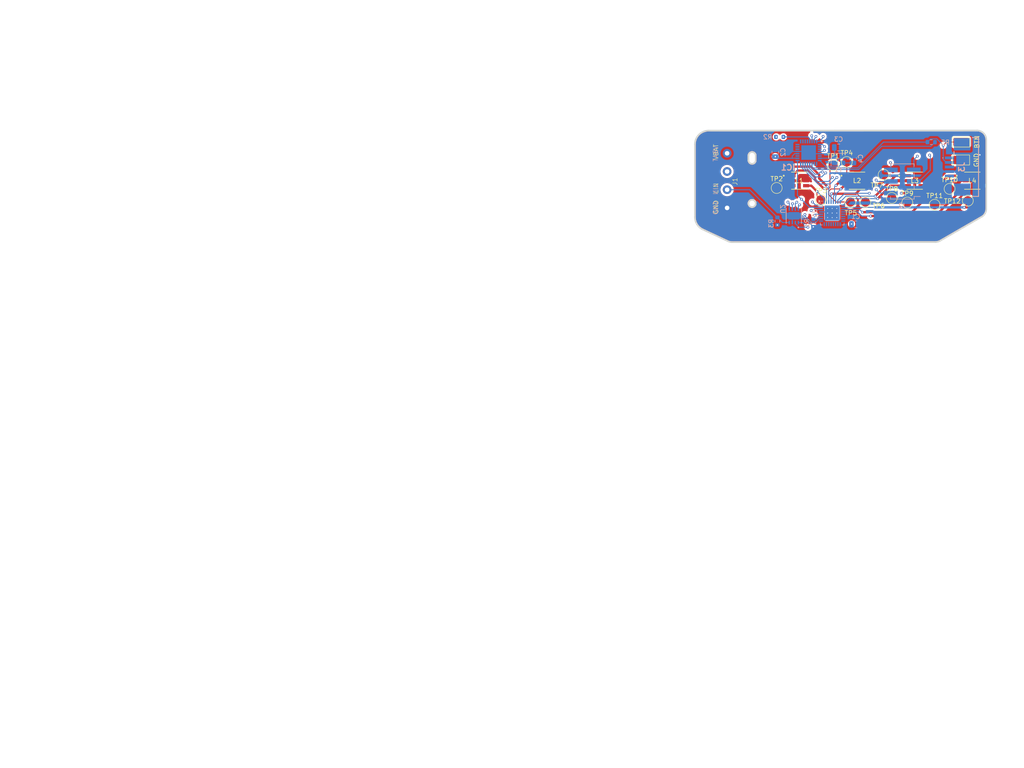
<source format=kicad_pcb>
(kicad_pcb (version 20241229) (generator "pcbnew") (generator_version "9.0")
  (layers (0 "F.Cu" signal) (4 "In1.Cu" signal) (6 "In2.Cu" signal) (2 "B.Cu" signal) (13 "F.Paste" user) (15 "B.Paste" user) (5 "F.SilkS" user "F.Silkscreen") (7 "B.SilkS" user "B.Silkscreen") (1 "F.Mask" user) (3 "B.Mask" user) (25 "Edge.Cuts" user))
  (net 0 "")
  (net 1 "+5V")
  (net 2 "GND")
  (net 3 "/uController/XTAL1")
  (net 4 "/uController/XTAL2")
  (net 7 "/uController/RST")
  (net 8 "/uController/MOSI")
  (net 9 "/LED_Driver/LAT")
  (net 11 "/uController/RSTN")
  (net 15 "/uController/TX")
  (net 16 "/LED_Driver/BLANK")
  (net 21 "/uController/SCK")
  (net 23 "/uController/EN")
  (net 24 "/uController/MISO")
  (net 27 "/uController/RX")
  (net 28 "+12V")
  (net 29 "/LED_Driver/R0")
  (net 30 "/LED_Driver/B0")
  (net 31 "/LED_Driver/G0")
  (net 32 "/LED_Driver/R1")
  (net 33 "/LED_Driver/G1")
  (net 34 "/LED_Driver/B1")
  (net 35 "/LED_Driver/B2")
  (net 36 "/LED_Driver/G2")
  (net 37 "/LED_Driver/R2")
  (net 38 "/LED_Driver/R3")
  (net 39 "/LED_Driver/G3")
  (net 40 "/LED_Driver/B3")
  (net 41 "Net-(U1-IREF)")
  (net 42 "/uController/LIN")
  (net 43 "/LED_Driver/B7")
  (net 44 "/LED_Driver/G6")
  (net 45 "/LED_Driver/SOUT")
  (net 46 "/LED_Driver/G4")
  (net 47 "/LED_Driver/R5")
  (net 48 "/LED_Driver/G7")
  (net 49 "/LED_Driver/B6")
  (net 50 "/LED_Driver/G5")
  (net 51 "/LED_Driver/R7")
  (net 52 "/LED_Driver/R4")
  (net 53 "/LED_Driver/B5")
  (net 54 "/LED_Driver/B4")
  (net 55 "/LED_Driver/R6")
  (net 56 "Net-(IC1-(PTCXY{slash}AIN1)_PD7)")
  (net 57 "Net-(IC1-(ICP1{slash}CLKO{slash}PTCXY)_PB0)")
  (footprint "00_RA_Library:LRTB GVSG_OSR" (layer "F.Cu") (at 258.39 142.7)
    (property "Reference" "L4")
    (property "Value" "RGB_LRTB")
  )
  (footprint "TestPoint:TestPoint_Keystone_5015_Micro_Mini" (layer "F.Cu") (at 255.93 134.21)
    (property "Reference" "BTN")
    (property "Value" "TestPoint_Keystone_5015_Micro_Mini")
  )
  (footprint "00_RA_Library:LRTB GVSG_OSR" (layer "F.Cu") (at 220.374999 142.7)
    (property "Reference" "L1")
    (property "Value" "RGB_LRTB")
  )
  (footprint "TestPoint:TestPoint_Pad_D2.0mm" (layer "F.Cu") (at 240.7 146.5)
    (property "Reference" "TP8")
    (property "Value" "TestPoint")
  )
  (footprint "TestPoint:TestPoint_Pad_D2.0mm" (layer "F.Cu") (at 244.1 147.5)
    (property "Reference" "TP9")
    (property "Value" "TestPoint")
  )
  (footprint "TestPoint:TestPoint_Pad_D2.0mm" (layer "F.Cu") (at 238.9 141.4)
    (property "Reference" "TP7")
    (property "Value" "TestPoint")
  )
  (footprint "TestPoint:TestPoint_Pad_D2.0mm" (layer "F.Cu") (at 225.1 146.9)
    (property "Reference" "TP3")
    (property "Value" "TestPoint")
  )
  (footprint "00_RA_Library:LRTB GVSG_OSR" (layer "F.Cu") (at 245.73 142.7)
    (property "Reference" "L3")
    (property "Value" "RGB_LRTB")
  )
  (footprint "00_RA_Library:LRTB GVSG_OSR" (layer "F.Cu") (at 233.06 142.7)
    (property "Reference" "L2")
    (property "Value" "RGB_LRTB")
  )
  (footprint "TestPoint:TestPoint_Keystone_5015_Micro_Mini" (layer "F.Cu") (at 255.89 138.15)
    (property "Reference" "GND")
    (property "Value" "TestPoint_Keystone_5015_Micro_Mini")
  )
  (footprint "TestPoint:TestPoint_Pad_D2.0mm" (layer "F.Cu") (at 230.8 138.6)
    (property "Reference" "TP4")
    (property "Value" "TestPoint")
  )
  (footprint "TestPoint:TestPoint_Pad_D2.0mm" (layer "F.Cu") (at 234.9 147.4)
    (property "Reference" "TP6")
    (property "Value" "TestPoint")
  )
  (footprint "TestPoint:TestPoint_Pad_D2.0mm" (layer "F.Cu") (at 231.6 147.4)
    (property "Reference" "TP5")
    (property "Value" "TestPoint")
  )
  (footprint "TestPoint:TestPoint_Pad_D2.0mm" (layer "F.Cu") (at 257.4 147.1)
    (property "Reference" "TP12")
    (property "Value" "TestPoint")
  )
  (footprint "TestPoint:TestPoint_Pad_D2.0mm" (layer "F.Cu") (at 250.1 148)
    (property "Reference" "TP11")
    (property "Value" "TestPoint")
  )
  (footprint "00_RA_Library:MCON1.2-4" (layer "F.Cu") (at 204.510005 142.679893 90)
    (property "Reference" "J1")
    (property "Value" "Conn_01x04_Pin")
  )
  (footprint "TestPoint:TestPoint_Pad_D2.0mm" (layer "F.Cu") (at 253.4 144.5)
    (property "Reference" "TP10")
    (property "Value" "TestPoint")
  )
  (footprint "TestPoint:TestPoint_Pad_D2.0mm" (layer "F.Cu") (at 227.8 139.3)
    (property "Reference" "TP1")
    (property "Value" "TestPoint")
  )
  (footprint "TestPoint:TestPoint_Pad_D2.0mm" (layer "F.Cu") (at 215.4 144.3)
    (property "Reference" "TP2")
    (property "Value" "TestPoint")
  )
  (footprint "00_RA_Library:HVSON8_3X3_NXP" (layer "B.Cu") (at 219.1694 150.4192 90)
    (property "Reference" "U2")
    (property "Value" "TJA1028TK/5V0/20/J")
  )
  (footprint "Capacitor_SMD:C_0805_2012Metric" (layer "B.Cu") (at 229.01 135.4)
    (property "Reference" "C3")
    (property "Value" "22 pF")
  )
  (footprint "Connector_PinSocket_2.54mm:PinSocket_2x03_P2.54mm_Vertical_SMD" (layer "B.Cu") (at 243.01 142.87)
    (property "Reference" "J2")
    (property "Value" "FLASH")
  )
  (footprint "Crystal:Crystal_SMD_2520-4Pin_2.5x2.0mm" (layer "B.Cu") (at 229.005 138.09)
    (property "Reference" "Y1")
    (property "Value" "Crystal_GND24")
  )
  (footprint "00_RA_Library:849525" (layer "B.Cu") (at 256.56 139.69 -90)
    (property "Reference" "J3")
    (property "Value" "84952-5" (hide yes))
  )
  (footprint "Resistor_SMD:R_0603_1608Metric" (layer "B.Cu") (at 216.05 133.08)
    (property "Reference" "R2")
    (property "Value" "10k")
  )
  (footprint "Capacitor_SMD:C_0805_2012Metric" (layer "B.Cu") (at 232.78 152.29 180)
    (property "Reference" "C1")
    (property "Value" "0.1uF")
  )
  (footprint "Resistor_SMD:R_0603_1608Metric" (layer "B.Cu") (at 215.56 151.6 90)
    (property "Reference" "R3")
    (property "Value" "1k")
  )
  (footprint "Capacitor_SMD:C_0805_2012Metric" (layer "B.Cu") (at 215.11 136.46 90)
    (property "Reference" "C2")
    (property "Value" "10 uF")
  )
  (footprint "Resistor_SMD:R_0603_1608Metric" (layer "B.Cu") (at 223.46 152.02 -90)
    (property "Reference" "R1")
    (property "Value" "1.6k")
  )
  (footprint "00_RA_Library:QFN50P500X500X90-33N-D" (layer "B.Cu") (at 222.42 136.52 180)
    (property "Reference" "IC1")
    (property "Value" "ATMEGA328PB-MUR" (hide yes))
  )
  (footprint "Resistor_SMD:R_0603_1608Metric" (layer "B.Cu") (at 249.36 134.23 180)
    (property "Reference" "R5")
    (property "Value" "10k")
  )
  (footprint "Package_DFN_QFN:QFN-32-1EP_5x5mm_P0.5mm_EP3.3x3.3mm_ThermalVias" (layer "B.Cu") (at 227.6 149.8125 -90)
    (property "Reference" "U1")
    (property "Value" "TLC5947RHB")
  )
  (footprint "Capacitor_SMD:C_0805_2012Metric" (layer "B.Cu") (at 232.17 137.86 90)
    (property "Reference" "C4")
    (property "Value" "22 pF")
  )
  (gr_arc (start 259.45 131.679847) (mid 260.864214 132.265633) (end 261.45 133.679847) (stroke (width 0.35)) (layer "Edge.Cuts"))
  (gr_line (start 251.291337 155.911917) (end 260.44998 150.624312) (stroke (width 0.35)) (layer "Edge.Cuts"))
  (gr_arc (start 205.579915 156.199681) (mid 205.146579 156.152374) (end 204.733789 156.012296) (stroke (width 0.35)) (layer "Edge.Cuts"))
  (gr_arc (start 199.172189 153.418871) (mid 197.909848 152.311816) (end 197.44 150.699878) (stroke (width 0.35)) (layer "Edge.Cuts"))
  (gr_line (start 197.439953 150.699878) (end 197.439953 134.700122) (stroke (width 0.35)) (layer "Edge.Cuts"))
  (gr_arc (start 210.800017 138.195852) (mid 210.004172 139.000017) (end 209.200042 138.204195) (stroke (width 0.35)) (layer "Edge.Cuts"))
  (gr_line (start 209.200042 137.200047) (end 209.200042 138.204195) (stroke (width 0.35)) (layer "Edge.Cuts"))
  (gr_circle (center 210.00003 147.7) (end 210.80003 147.7) (stroke (width 0.35)) (fill no) (layer "Edge.Cuts"))
  (gr_line (start 261.45 148.89225) (end 261.45 133.679847) (stroke (width 0.35)) (layer "Edge.Cuts"))
  (gr_line (start 210.800017 138.195852) (end 210.800017 137.2) (stroke (width 0.35)) (layer "Edge.Cuts"))
  (gr_arc (start 251.291337 155.911917) (mid 250.808982 156.111694) (end 250.291357 156.179855) (stroke (width 0.35)) (layer "Edge.Cuts"))
  (gr_arc (start 197.44 134.700122) (mid 198.324579 132.572847) (end 200.456713 131.700046) (stroke (width 0.35)) (layer "Edge.Cuts"))
  (gr_line (start 204.733789 156.012296) (end 199.172192 153.418872) (stroke (width 0.35)) (layer "Edge.Cuts"))
  (gr_arc (start 261.45 148.89225) (mid 261.182064 149.892277) (end 260.44998 150.624312) (stroke (width 0.35)) (layer "Edge.Cuts"))
  (gr_arc (start 209.200042 137.200047) (mid 209.999976 136.400042) (end 210.80003 137.2) (stroke (width 0.35)) (layer "Edge.Cuts"))
  (gr_line (start 200.456713 131.70004) (end 259.45 131.679847) (stroke (width 0.35)) (layer "Edge.Cuts"))
  (gr_line (start 250.291357 156.179855) (end 205.579915 156.199681) (stroke (width 0.35)) (layer "Edge.Cuts"))
  (gr_text "GND" (at 202.650005 150.079852 90) (layer "F.SilkS") (effects (font (size 1 1) (thickness 0.1)) (justify left bottom)))
  (gr_text "LIN" (at 202.650005 145.579852 90) (layer "F.SilkS") (effects (font (size 1 1) (thickness 0.1)) (justify left bottom)))
  (gr_text "VBAT" (at 202.650005 138.179852 90) (layer "F.SilkS") (effects (font (size 1 1) (thickness 0.1)) (justify left bottom)))
  (gr_text "LIN" (at 202.550005 143.379852 90) (layer "B.SilkS") (effects (font (size 1 1) (thickness 0.1)) (justify left bottom mirror)))
  (gr_text "VBAT" (at 202.550005 134.979852 90) (layer "B.SilkS") (effects (font (size 1 1) (thickness 0.1)) (justify left bottom mirror)))
  (gr_text "GND" (at 202.550005 147.079852 90) (layer "B.SilkS") (effects (font (size 1 1) (thickness 0.1)) (justify left bottom mirror)))
  (via (at 231.85 152.21) (size 0.6) (drill 0.3) (layers "F.Cu" "B.Cu") (net 1))
  (via (at 215.32 133.09) (size 0.6) (drill 0.3) (layers "F.Cu" "B.Cu") (net 1))
  (via (at 215.11 137.41) (size 0.6) (drill 0.3) (layers "F.Cu" "B.Cu") (net 1))
  (via (at 220.44 148) (size 0.6) (drill 0.3) (layers "F.Cu" "B.Cu") (net 1))
  (via (at 223.77 150.29) (size 0.6) (drill 0.3) (layers "F.Cu" "B.Cu") (net 1))
  (via (at 225.898909 136.048909) (size 0.6) (drill 0.3) (layers "F.Cu" "B.Cu") (net 1))
  (via (at 246.31 137.32) (size 0.6) (drill 0.3) (layers "F.Cu" "B.Cu") (net 1))
  (segment (start 245.53 140.33) (end 245.53 140.04) (width 0.2) (layer "B.Cu") (net 1))
  (segment (start 225.801091 136.048909) (end 225.58 136.27) (width 0.2) (layer "B.Cu") (net 1))
  (segment (start 219.97 136.77) (end 219.345 136.77) (width 0.2) (layer "B.Cu") (net 1))
  (segment (start 225.1625 150.0625) (end 223.9975 150.0625) (width 0.2) (layer "B.Cu") (net 1))
  (segment (start 219.345 136.77) (end 218.83 137.285) (width 0.2) (layer "B.Cu") (net 1))
  (segment (start 218.83 137.285) (end 218.83 137.77) (width 0.2) (layer "B.Cu") (net 1))
  (segment (start 223.9975 150.0625) (end 223.77 150.29) (width 0.2) (layer "B.Cu") (net 1))
  (segment (start 218.83 137.77) (end 219.97 137.77) (width 0.2) (layer "B.Cu") (net 1))
  (segment (start 225.58 136.27) (end 224.87 136.27) (width 0.2) (layer "B.Cu") (net 1))
  (segment (start 215.47 137.77) (end 218.83 137.77) (width 0.2) (layer "B.Cu") (net 1))
  (segment (start 245.53 138.1) (end 246.31 137.32) (width 0.2) (layer "B.Cu") (net 1))
  (segment (start 231.83 152.23) (end 231.85 152.21) (width 0.2) (layer "B.Cu") (net 1))
  (segment (start 225.898909 136.048909) (end 225.801091 136.048909) (width 0.2) (layer "B.Cu") (net 1))
  (segment (start 220.16 148.9484) (end 220.16 148.28) (width 0.2) (layer "B.Cu") (net 1))
  (segment (start 215.31 133.08) (end 215.32 133.09) (width 0.2) (layer "B.Cu") (net 1))
  (segment (start 245.53 140.33) (end 245.53 138.1) (width 0.2) (layer "B.Cu") (net 1))
  (segment (start 220.16 148.28) (end 220.44 148) (width 0.2) (layer "B.Cu") (net 1))
  (segment (start 215.225 133.08) (end 215.31 133.08) (width 0.2) (layer "B.Cu") (net 1))
  (segment (start 215.11 137.41) (end 215.47 137.77) (width 0.2) (layer "B.Cu") (net 1))
  (segment (start 231.83 152.29) (end 231.83 152.23) (width 0.2) (layer "B.Cu") (net 1))
  (segment (start 255.89 138.15) (end 258.93 138.15) (width 0.2) (layer "F.Cu") (net 2))
  (segment (start 258.93 138.15) (end 260.05 137.03) (width 0.2) (layer "F.Cu") (net 2))
  (via (at 223.46 152.845) (size 0.6) (drill 0.3) (layers "F.Cu" "B.Cu") (net 2))
  (via (at 260.05 137.03) (size 0.6) (drill 0.3) (layers "F.Cu" "B.Cu") (net 2))
  (segment (start 219.97 136.27) (end 222.17 136.27) (width 0.2) (layer "B.Cu") (net 2))
  (segment (start 221.06946 150.4192) (end 223.46 152.80974) (width 0.2) (layer "B.Cu") (net 2))
  (segment (start 219.1694 150.4192) (end 221.06946 150.4192) (width 0.2) (layer "B.Cu") (net 2))
  (segment (start 224.87 136.77) (end 226.39 136.77) (width 0.2) (layer "B.Cu") (net 2))
  (segment (start 218.8392 150.7494) (end 219.1694 150.4192) (width 0.2) (layer "B.Cu") (net 2))
  (segment (start 228.13 138.79) (end 228.205 138.79) (width 0.2) (layer "B.Cu") (net 2))
  (segment (start 224.87 136.77) (end 222.67 136.77) (width 0.2) (layer "B.Cu") (net 2))
  (segment (start 228.205 138.79) (end 229.605 137.39) (width 0.2) (layer "B.Cu") (net 2))
  (segment (start 218.8392 151.89) (end 218.8392 150.7494) (width 0.2) (layer "B.Cu") (net 2))
  (segment (start 215.87 136.27) (end 215.11 135.51) (width 0.2) (layer "B.Cu") (net 2))
  (segment (start 225.1625 149.5625) (end 227.35 149.5625) (width 0.2) (layer "B.Cu") (net 2))
  (segment (start 222.67 136.77) (end 222.42 136.52) (width 0.2) (layer "B.Cu") (net 2))
  (segment (start 223.46 152.80974) (end 223.46 152.845) (width 0.2) (layer "B.Cu") (net 2))
  (segment (start 229.605 137.39) (end 229.88 137.39) (width 0.2) (layer "B.Cu") (net 2))
  (segment (start 227.35 149.5625) (end 227.6 149.8125) (width 0.2) (layer "B.Cu") (net 2))
  (segment (start 222.17 136.27) (end 222.42 136.52) (width 0.2) (layer "B.Cu") (net 2))
  (segment (start 219.97 136.27) (end 215.87 136.27) (width 0.2) (layer "B.Cu") (net 2))
  (segment (start 228.13 137.39) (end 228.13 135.47) (width 0.2) (layer "B.Cu") (net 3))
  (segment (start 227.75 137.77) (end 228.13 137.39) (width 0.2) (layer "B.Cu") (net 3))
  (segment (start 224.87 137.77) (end 227.75 137.77) (width 0.2) (layer "B.Cu") (net 3))
  (segment (start 228.13 135.47) (end 228.06 135.4) (width 0.2) (layer "B.Cu") (net 3))
  (segment (start 232.15 138.79) (end 232.17 138.81) (width 0.2) (layer "B.Cu") (net 4))
  (segment (start 224.87 138.27) (end 226.141 139.541) (width 0.2) (layer "B.Cu") (net 4))
  (segment (start 229.129 139.541) (end 229.88 138.79) (width 0.2) (layer "B.Cu") (net 4))
  (segment (start 226.141 139.541) (end 229.129 139.541) (width 0.2) (layer "B.Cu") (net 4))
  (segment (start 229.88 138.79) (end 232.15 138.79) (width 0.2) (layer "B.Cu") (net 4))
  (via (at 216.875 133.08) (size 0.6) (drill 0.3) (layers "F.Cu" "B.Cu") (net 7))
  (via (at 249 137.09) (size 0.6) (drill 0.3) (layers "F.Cu" "B.Cu") (net 7))
  (segment (start 222.67 133.445) (end 222.305 133.08) (width 0.2) (layer "B.Cu") (net 7))
  (segment (start 246.7 142.87) (end 245.53 142.87) (width 0.2) (layer "B.Cu") (net 7))
  (segment (start 249.16 140.41) (end 246.7 142.87) (width 0.2) (layer "B.Cu") (net 7))
  (segment (start 249 137.09) (end 249.16 137.25) (width 0.2) (layer "B.Cu") (net 7))
  (segment (start 222.67 134.07) (end 222.67 133.445) (width 0.2) (layer "B.Cu") (net 7))
  (segment (start 249.16 137.25) (end 249.16 140.41) (width 0.2) (layer "B.Cu") (net 7))
  (segment (start 222.305 133.08) (end 216.875 133.08) (width 0.2) (layer "B.Cu") (net 7))
  (via (at 227.66 141.98) (size 0.6) (drill 0.3) (layers "F.Cu" "B.Cu") (net 8))
  (via (at 223.27 147.38) (size 0.6) (drill 0.3) (layers "F.Cu" "B.Cu") (net 8))
  (via (at 237.26 142.57) (size 0.6) (drill 0.3) (layers "F.Cu" "B.Cu") (net 8))
  (segment (start 226.78 142.86) (end 224.431388 142.86) (width 0.2) (layer "B.Cu") (net 8))
  (segment (start 227.66 141.98) (end 226.78 142.86) (width 0.2) (layer "B.Cu") (net 8))
  (segment (start 240.49 142.87) (end 237.56 142.87) (width 0.2) (layer "B.Cu") (net 8))
  (segment (start 224.431388 142.86) (end 221.17 139.598612) (width 0.2) (layer "B.Cu") (net 8))
  (segment (start 223.9525 148.0625) (end 225.1625 148.0625) (width 0.2) (layer "B.Cu") (net 8))
  (segment (start 221.17 139.598612) (end 221.17 138.97) (width 0.2) (layer "B.Cu") (net 8))
  (segment (start 237.56 142.87) (end 237.26 142.57) (width 0.2) (layer "B.Cu") (net 8))
  (segment (start 223.27 147.38) (end 223.9525 148.0625) (width 0.2) (layer "B.Cu") (net 8))
  (via (at 221.6 150.15) (size 0.6) (drill 0.3) (layers "F.Cu" "B.Cu") (net 9))
  (via (at 226.18 140.98) (size 0.6) (drill 0.3) (layers "F.Cu" "B.Cu") (net 9))
  (segment (start 223.996412 151.846) (end 222.992648 151.846) (width 0.2) (layer "B.Cu") (net 9))
  (segment (start 225.1625 151.0625) (end 224.779912 151.0625) (width 0.2) (layer "B.Cu") (net 9))
  (segment (start 221.6 150.453352) (end 221.6 150.15) (width 0.2) (layer "B.Cu") (net 9))
  (segment (start 224.46 141.86) (end 223.935 141.86) (width 0.2) (layer "B.Cu") (net 9))
  (segment (start 226.18 140.98) (end 225.31 141.85) (width 0.2) (layer "B.Cu") (net 9))
  (segment (start 224.47 141.85) (end 224.46 141.86) (width 0.2) (layer "B.Cu") (net 9))
  (segment (start 223.935 141.86) (end 221.67 139.595) (width 0.2) (layer "B.Cu") (net 9))
  (segment (start 221.67 139.595) (end 221.67 138.97) (width 0.2) (layer "B.Cu") (net 9))
  (segment (start 225.31 141.85) (end 224.47 141.85) (width 0.2) (layer "B.Cu") (net 9))
  (segment (start 222.992648 151.846) (end 221.6 150.453352) (width 0.2) (layer "B.Cu") (net 9))
  (segment (start 224.779912 151.0625) (end 223.996412 151.846) (width 0.2) (layer "B.Cu") (net 9))
  (via (at 219.82 147.43) (size 0.6) (drill 0.3) (layers "F.Cu" "B.Cu") (net 11))
  (via (at 225.61 132.98) (size 0.6) (drill 0.3) (layers "F.Cu" "B.Cu") (net 11))
  (segment (start 224.77 134.07) (end 224.17 134.07) (width 0.2) (layer "B.Cu") (net 11))
  (segment (start 219.4996 147.7504) (end 219.82 147.43) (width 0.2) (layer "B.Cu") (net 11))
  (segment (start 225.61 132.98) (end 225.61 133.23) (width 0.2) (layer "B.Cu") (net 11))
  (segment (start 225.61 133.23) (end 224.77 134.07) (width 0.2) (layer "B.Cu") (net 11))
  (segment (start 219.4996 148.9484) (end 219.4996 147.7504) (width 0.2) (layer "B.Cu") (net 11))
  (via (at 218.89 147.76) (size 0.6) (drill 0.3) (layers "F.Cu" "B.Cu") (net 15))
  (via (at 224.02 132.99) (size 0.6) (drill 0.3) (layers "F.Cu" "B.Cu") (net 15))
  (segment (start 224.02 133.18) (end 223.67 133.53) (width 0.2) (layer "B.Cu") (net 15))
  (segment (start 224.02 132.99) (end 224.02 133.18) (width 0.2) (layer "B.Cu") (net 15))
  (segment (start 223.67 133.53) (end 223.67 134.07) (width 0.2) (layer "B.Cu") (net 15))
  (segment (start 218.8392 147.8108) (end 218.89 147.76) (width 0.2) (layer "B.Cu") (net 15))
  (segment (start 218.8392 148.9484) (end 218.8392 147.8108) (width 0.2) (layer "B.Cu") (net 15))
  (via (at 222.98 149.27) (size 0.6) (drill 0.3) (layers "F.Cu" "B.Cu") (net 16))
  (via (at 225.453686 140.793) (size 0.6) (drill 0.3) (layers "F.Cu" "B.Cu") (net 16))
  (segment (start 224.471 141.299) (end 223.874 141.299) (width 0.2) (layer "B.Cu") (net 16))
  (segment (start 225.1625 149.0625) (end 223.1875 149.0625) (width 0.2) (layer "B.Cu") (net 16))
  (segment (start 223.1875 149.0625) (end 222.98 149.27) (width 0.2) (layer "B.Cu") (net 16))
  (segment (start 223.874 141.299) (end 222.17 139.595) (width 0.2) (layer "B.Cu") (net 16))
  (segment (start 222.17 139.595) (end 222.17 138.97) (width 0.2) (layer "B.Cu") (net 16))
  (segment (start 225.453686 140.793) (end 224.977 140.793) (width 0.2) (layer "B.Cu") (net 16))
  (segment (start 224.977 140.793) (end 224.471 141.299) (width 0.2) (layer "B.Cu") (net 16))
  (via (at 240.4 138.73) (size 0.6) (drill 0.3) (layers "F.Cu" "B.Cu") (net 21))
  (via (at 220.84 146.78) (size 0.6) (drill 0.3) (layers "F.Cu" "B.Cu") (net 21))
  (segment (start 240.49 140.33) (end 240.49 138.82) (width 0.2) (layer "B.Cu") (net 21))
  (segment (start 220.84 146.78) (end 219.97 145.91) (width 0.2) (layer "B.Cu") (net 21))
  (segment (start 225.1625 148.5625) (end 222.6225 148.5625) (width 0.2) (layer "B.Cu") (net 21))
  (segment (start 222.6225 148.5625) (end 220.84 146.78) (width 0.2) (layer "B.Cu") (net 21))
  (segment (start 219.97 145.91) (end 219.97 138.27) (width 0.2) (layer "B.Cu") (net 21))
  (segment (start 240.49 138.82) (end 240.4 138.73) (width 0.2) (layer "B.Cu") (net 21))
  (via (at 222.259 152.931) (size 0.6) (drill 0.3) (layers "F.Cu" "B.Cu") (net 23))
  (via (at 225.94 135.23) (size 0.6) (drill 0.3) (layers "F.Cu" "B.Cu") (net 23))
  (segment (start 225.94 135.23) (end 225.48 134.77) (width 0.2) (layer "B.Cu") (net 23))
  (segment (start 220.314801 152.931) (end 222.259 152.931) (width 0.2) (layer "B.Cu") (net 23))
  (segment (start 225.48 134.77) (end 224.87 134.77) (width 0.2) (layer "B.Cu") (net 23))
  (segment (start 219.4996 152.115799) (end 220.314801 152.931) (width 0.2) (layer "B.Cu") (net 23))
  (segment (start 219.4996 151.89) (end 219.4996 152.115799) (width 0.2) (layer "B.Cu") (net 23))
  (via (at 228.62 142) (size 0.6) (drill 0.3) (layers "F.Cu" "B.Cu") (net 24))
  (via (at 237.28 144.69) (size 0.6) (drill 0.3) (layers "F.Cu" "B.Cu") (net 24))
  (segment (start 228.57 142) (end 227.16 143.41) (width 0.2) (layer "B.Cu") (net 24))
  (segment (start 238 145.41) (end 237.28 144.69) (width 0.2) (layer "B.Cu") (net 24))
  (segment (start 220.67 139.595) (end 220.67 138.97) (width 0.2) (layer "B.Cu") (net 24))
  (segment (start 227.16 143.41) (end 224.485 143.41) (width 0.2) (layer "B.Cu") (net 24))
  (segment (start 224.485 143.41) (end 220.67 139.595) (width 0.2) (layer "B.Cu") (net 24))
  (segment (start 228.62 142) (end 228.57 142) (width 0.2) (layer "B.Cu") (net 24))
  (segment (start 240.49 145.41) (end 238 145.41) (width 0.2) (layer "B.Cu") (net 24))
  (via (at 217.87 147.41) (size 0.6) (drill 0.3) (layers "F.Cu" "B.Cu") (net 27))
  (via (at 223.11 132.83) (size 0.6) (drill 0.3) (layers "F.Cu" "B.Cu") (net 27))
  (segment (start 223.11 132.83) (end 223.11 133.06) (width 0.2) (layer "B.Cu") (net 27))
  (segment (start 223.11 133.06) (end 223.17 133.12) (width 0.2) (layer "B.Cu") (net 27))
  (segment (start 218.1788 147.7188) (end 217.87 147.41) (width 0.2) (layer "B.Cu") (net 27))
  (segment (start 223.17 133.12) (end 223.17 134.07) (width 0.2) (layer "B.Cu") (net 27))
  (segment (start 218.1788 148.9484) (end 218.1788 147.7188) (width 0.2) (layer "B.Cu") (net 27))
  (via (at 215.56 152.44) (size 0.6) (drill 0.3) (layers "F.Cu" "B.Cu") (net 28))
  (via (at 221.6 152.38) (size 0.6) (drill 0.3) (layers "F.Cu" "B.Cu") (net 28))
  (segment (start 215.56 152.425) (end 215.56 152.44) (width 0.2) (layer "B.Cu") (net 28))
  (segment (start 220.16 151.89) (end 221.11 151.89) (width 0.2) (layer "B.Cu") (net 28))
  (segment (start 221.11 151.89) (end 221.6 152.38) (width 0.2) (layer "B.Cu") (net 28))
  (segment (start 225.1 146.9) (end 224.25 146.05) (width 0.2) (layer "F.Cu") (net 29))
  (segment (start 223.01 143.8) (end 224.25 145.04) (width 0.5) (layer "F.Cu") (net 29))
  (segment (start 224.25 146.05) (end 224.25 145.04) (width 0.2) (layer "F.Cu") (net 29))
  (segment (start 221.85 143.8) (end 223.01 143.8) (width 0.5) (layer "F.Cu") (net 29))
  (via (at 224.25 145.04) (size 0.6) (drill 0.3) (layers "F.Cu" "B.Cu") (net 29))
  (segment (start 224.25 145.06) (end 225.85 146.66) (width 0.2) (layer "B.Cu") (net 29))
  (segment (start 225.85 146.66) (end 225.85 147.375) (width 0.2) (layer "B.Cu") (net 29))
  (segment (start 224.25 145.04) (end 224.25 145.06) (width 0.2) (layer "B.Cu") (net 29))
  (segment (start 216.28 143.42) (end 217.42 143.42) (width 0.2) (layer "F.Cu") (net 30))
  (segment (start 222.93 139.61) (end 218.43 139.61) (width 0.5) (layer "F.Cu") (net 30))
  (segment (start 224.752654 141.432654) (end 222.93 139.61) (width 0.5) (layer "F.Cu") (net 30))
  (segment (start 226.527528 143.979254) (end 224.752654 142.20438) (width 0.5) (layer "F.Cu") (net 30))
  (segment (start 218.43 139.61) (end 217.42 140.62) (width 0.5) (layer "F.Cu") (net 30))
  (segment (start 217.42 143.42) (end 217.8 143.8) (width 0.5) (layer "F.Cu") (net 30))
  (segment (start 217.8 143.8) (end 218.899998 143.8) (width 0.5) (layer "F.Cu") (net 30))
  (segment (start 215.4 144.3) (end 216.28 143.42) (width 0.2) (layer "F.Cu") (net 30))
  (segment (start 224.752654 142.20438) (end 224.752654 141.432654) (width 0.5) (layer "F.Cu") (net 30))
  (segment (start 217.42 140.62) (end 217.42 143.42) (width 0.5) (layer "F.Cu") (net 30))
  (via (at 226.527528 143.979254) (size 0.6) (drill 0.3) (layers "F.Cu" "B.Cu") (net 30))
  (segment (start 226.527528 143.979254) (end 226.85 144.301726) (width 0.2) (layer "B.Cu") (net 30))
  (segment (start 226.85 144.301726) (end 226.85 147.375) (width 0.2) (layer "B.Cu") (net 30))
  (segment (start 222.31 140.46) (end 220.039998 140.46) (width 0.5) (layer "F.Cu") (net 31))
  (segment (start 220.039998 140.46) (end 218.899998 141.6) (width 0.5) (layer "F.Cu") (net 31))
  (segment (start 223.84 141.99) (end 222.31 140.46) (width 0.5) (layer "F.Cu") (net 31))
  (segment (start 225.9 144.39) (end 225.7 144.39) (width 0.5) (layer "F.Cu") (net 31))
  (segment (start 226.75576 144.530254) (end 227.109 144.177014) (width 0.2) (layer "F.Cu") (net 31))
  (segment (start 227.109 144.177014) (end 227.109 139.991) (width 0.2) (layer "F.Cu") (net 31))
  (segment (start 225.9 144.39) (end 226.040254 144.530254) (width 0.2) (layer "F.Cu") (net 31))
  (segment (start 225.7 144.39) (end 223.84 142.53) (width 0.5) (layer "F.Cu") (net 31))
  (segment (start 226.040254 144.530254) (end 226.75576 144.530254) (width 0.2) (layer "F.Cu") (net 31))
  (segment (start 223.84 142.53) (end 223.84 141.99) (width 0.5) (layer "F.Cu") (net 31))
  (segment (start 227.109 139.991) (end 227.8 139.3) (width 0.2) (layer "F.Cu") (net 31))
  (via (at 225.9 144.39) (size 0.6) (drill 0.3) (layers "F.Cu" "B.Cu") (net 31))
  (segment (start 225.9 144.39) (end 226.35 144.84) (width 0.2) (layer "B.Cu") (net 31))
  (segment (start 226.35 144.84) (end 226.35 147.375) (width 0.2) (layer "B.Cu") (net 31))
  (segment (start 234.535001 143.8) (end 232.917501 145.417501) (width 0.5) (layer "F.Cu") (net 32))
  (segment (start 232.917501 145.417501) (end 232.765001 145.57) (width 0.5) (layer "F.Cu") (net 32))
  (segment (start 234.9 147.4) (end 232.917501 145.417501) (width 0.2) (layer "F.Cu") (net 32))
  (segment (start 232.765001 145.57) (end 227.45 145.57) (width 0.5) (layer "F.Cu") (net 32))
  (via (at 227.45 145.57) (size 0.6) (drill 0.3) (layers "F.Cu" "B.Cu") (net 32))
  (segment (start 227.35 147.375) (end 227.35 145.67) (width 0.2) (layer "B.Cu") (net 32))
  (segment (start 227.35 145.67) (end 227.45 145.57) (width 0.2) (layer "B.Cu") (net 32))
  (segment (start 230.8 141.38) (end 230.58 141.6) (width 0.2) (layer "F.Cu") (net 33))
  (segment (start 231.584999 141.6) (end 230.58 141.6) (width 0.5) (layer "F.Cu") (net 33))
  (segment (start 230.8 138.6) (end 230.8 141.38) (width 0.2) (layer "F.Cu") (net 33))
  (segment (start 230.58 141.6) (end 228.44 143.74) (width 0.5) (layer "F.Cu") (net 33))
  (via (at 228.44 143.74) (size 0.6) (drill 0.3) (layers "F.Cu" "B.Cu") (net 33))
  (segment (start 228.1 144.08) (end 228.1 145.86) (width 0.2) (layer "B.Cu") (net 33))
  (segment (start 228.1 145.86) (end 227.9 146.06) (width 0.2) (layer "B.Cu") (net 33))
  (segment (start 228.44 143.74) (end 228.1 144.08) (width 0.2) (layer "B.Cu") (net 33))
  (segment (start 227.85 146.992412) (end 227.85 147.375) (width 0.2) (layer "B.Cu") (net 33))
  (segment (start 227.9 146.06) (end 227.9 146.942412) (width 0.2) (layer "B.Cu") (net 33))
  (segment (start 227.9 146.942412) (end 227.85 146.992412) (width 0.2) (layer "B.Cu") (net 33))
  (segment (start 231.6 147.4) (end 228.459 147.4) (width 0.2) (layer "F.Cu") (net 34))
  (segment (start 226.829381 145.770381) (end 226.829381 145.027851) (width 0.2) (layer "F.Cu") (net 34))
  (segment (start 227.347232 144.51) (end 229.52 144.51) (width 0.2) (layer "F.Cu") (net 34))
  (segment (start 228.459 147.4) (end 226.829381 145.770381) (width 0.2) (layer "F.Cu") (net 34))
  (segment (start 231.584999 143.8) (end 230.23 143.8) (width 0.5) (layer "F.Cu") (net 34))
  (segment (start 230.23 143.8) (end 229.52 144.51) (width 0.5) (layer "F.Cu") (net 34))
  (segment (start 226.829381 145.027851) (end 227.347232 144.51) (width 0.2) (layer "F.Cu") (net 34))
  (via (at 229.52 144.51) (size 0.6) (drill 0.3) (layers "F.Cu" "B.Cu") (net 34))
  (segment (start 228.35 147.375) (end 228.35 146.106389) (width 0.2) (layer "B.Cu") (net 34))
  (segment (start 228.451 146.005388) (end 228.451 145.579) (width 0.2) (layer "B.Cu") (net 34))
  (segment (start 228.35 146.106389) (end 228.451 146.005388) (width 0.2) (layer "B.Cu") (net 34))
  (segment (start 228.451 145.579) (end 229.52 144.51) (width 0.2) (layer "B.Cu") (net 34))
  (segment (start 240.420768 143.8) (end 244.254999 143.8) (width 0.5) (layer "F.Cu") (net 35))
  (segment (start 237.720768 146.5) (end 237.570768 146.65) (width 0.2) (layer "F.Cu") (net 35))
  (segment (start 240.7 146.5) (end 237.720768 146.5) (width 0.2) (layer "F.Cu") (net 35))
  (segment (start 237.570768 146.65) (end 240.420768 143.8) (width 0.5) (layer "F.Cu") (net 35))
  (via (at 237.570768 146.65) (size 0.6) (drill 0.3) (layers "F.Cu" "B.Cu") (net 35))
  (segment (start 237.570768 146.65) (end 231.45 146.65) (width 0.2) (layer "B.Cu") (net 35))
  (segment (start 231.45 146.65) (end 230.0375 148.0625) (width 0.2) (layer "B.Cu") (net 35))
  (segment (start 241.025 142.125) (end 237.05 146.1) (width 0.5) (layer "F.Cu") (net 36))
  (segment (start 238.9 141.4) (end 240.3 141.4) (width 0.2) (layer "F.Cu") (net 36))
  (segment (start 240.3 141.4) (end 241.025 142.125) (width 0.2) (layer "F.Cu") (net 36))
  (segment (start 241.55 141.6) (end 241.025 142.125) (width 0.5) (layer "F.Cu") (net 36))
  (segment (start 244.254999 141.6) (end 241.55 141.6) (width 0.5) (layer "F.Cu") (net 36))
  (via (at 237.05 146.1) (size 0.6) (drill 0.3) (layers "F.Cu" "B.Cu") (net 36))
  (segment (start 237.05 146.1) (end 230.625 146.1) (width 0.2) (layer "B.Cu") (net 36))
  (segment (start 230.625 146.1) (end 229.35 147.375) (width 0.2) (layer "B.Cu") (net 36))
  (segment (start 244.1 147.5) (end 245.555001 146.044999) (width 0.2) (layer "F.Cu") (net 37))
  (segment (start 242.777329 145.45) (end 245.555001 145.45) (width 0.5) (layer "F.Cu") (net 37))
  (segment (start 245.555001 146.044999) (end 245.555001 145.45) (width 0.2) (layer "F.Cu") (net 37))
  (segment (start 245.555001 145.45) (end 247.205001 143.8) (width 0.5) (layer "F.Cu") (net 37))
  (via (at 242.777329 145.45) (size 0.6) (drill 0.3) (layers "F.Cu" "B.Cu") (net 37))
  (via (at 235.75 145.47) (size 0.6) (drill 0.3) (layers "F.Cu" "B.Cu") (net 37))
  (segment (start 235.75 145.47) (end 230.372412 145.47) (width 0.2) (layer "B.Cu") (net 37))
  (segment (start 230.372412 145.47) (end 228.85 146.992412) (width 0.2) (layer "B.Cu") (net 37))
  (segment (start 228.85 146.992412) (end 228.85 147.375) (width 0.2) (layer "B.Cu") (net 37))
  (segment (start 260.1 144.034999) (end 259.865001 143.8) (width 0.5) (layer "F.Cu") (net 38))
  (segment (start 260.1 147.11) (end 260.1 144.034999) (width 0.5) (layer "F.Cu") (net 38))
  (segment (start 256.6 148.5625) (end 258.6475 148.5625) (width 0.5) (layer "F.Cu") (net 38))
  (segment (start 257.4 147.7625) (end 257.4 147.1) (width 0.2) (layer "F.Cu") (net 38))
  (segment (start 258.6475 148.5625) (end 260.1 147.11) (width 0.5) (layer "F.Cu") (net 38))
  (segment (start 256.6 148.5625) (end 257.4 147.7625) (width 0.2) (layer "F.Cu") (net 38))
  (via (at 256.6 148.5625) (size 0.6) (drill 0.3) (layers "F.Cu" "B.Cu") (net 38))
  (segment (start 256.6 148.5625) (end 236.99 148.5625) (width 0.5) (layer "B.Cu") (net 38))
  (segment (start 230.0375 148.5625) (end 236.99 148.5625) (width 0.2) (layer "B.Cu") (net 38))
  (segment (start 253.14 141.6) (end 256.914999 141.6) (width 0.5) (layer "F.Cu") (net 39))
  (segment (start 253.4 144.5) (end 253.4 141.86) (width 0.2) (layer "F.Cu") (net 39))
  (segment (start 253.4 141.86) (end 253.14 141.6) (width 0.2) (layer "F.Cu") (net 39))
  (segment (start 245.12 149.62) (end 253.14 141.6) (width 0.5) (layer "F.Cu") (net 39))
  (segment (start 234.21 149.62) (end 245.12 149.62) (width 0.5) (layer "F.Cu") (net 39))
  (via (at 234.21 149.62) (size 0.6) (drill 0.3) (layers "F.Cu" "B.Cu") (net 39))
  (segment (start 230.0375 149.0625) (end 233.6525 149.0625) (width 0.2) (layer "B.Cu") (net 39))
  (segment (start 233.6525 149.0625) (end 234.21 149.62) (width 0.2) (layer "B.Cu") (net 39))
  (segment (start 250.1 148) (end 252.715 148) (width 0.2) (layer "F.Cu") (net 40))
  (segment (start 252.715 148) (end 252.9575 147.7575) (width 0.2) (layer "F.Cu") (net 40))
  (segment (start 250.244999 150.47) (end 252.9575 147.7575) (width 0.5) (layer "F.Cu") (net 40))
  (segment (start 252.9575 147.7575) (end 256.914999 143.8) (width 0.5) (layer "F.Cu") (net 40))
  (segment (start 236.02 150.47) (end 250.244999 150.47) (width 0.5) (layer "F.Cu") (net 40))
  (via (at 236.02 150.47) (size 0.6) (drill 0.3) (layers "F.Cu" "B.Cu") (net 40))
  (segment (start 234.11 150.47) (end 236.02 150.47) (width 0.2) (layer "B.Cu") (net 40))
  (segment (start 230.0375 149.5625) (end 233.2025 149.5625) (width 0.2) (layer "B.Cu") (net 40))
  (segment (start 233.2025 149.5625) (end 234.11 150.47) (width 0.2) (layer "B.Cu") (net 40))
  (segment (start 224.779912 150.5625) (end 225.1625 150.5625) (width 0.2) (layer "B.Cu") (net 41))
  (segment (start 224.147412 151.195) (end 224.779912 150.5625) (width 0.2) (layer "B.Cu") (net 41))
  (segment (start 223.46 151.195) (end 224.147412 151.195) (width 0.2) (layer "B.Cu") (net 41))
  (segment (start 216.675 151.89) (end 215.56 150.775) (width 0.2) (layer "B.Cu") (net 42))
  (segment (start 209.464893 144.679893) (end 215.56 150.775) (width 0.2) (layer "B.Cu") (net 42))
  (segment (start 218.1788 151.89) (end 216.675 151.89) (width 0.2) (layer "B.Cu") (net 42))
  (segment (start 204.520112 144.69) (end 204.510005 144.679893) (width 0.2) (layer "B.Cu") (net 42))
  (segment (start 204.510005 144.679893) (end 209.464893 144.679893) (width 0.2) (layer "B.Cu") (net 42))
  (segment (start 252.716648 134.21) (end 252 134.926648) (width 0.2) (layer "F.Cu") (net 56))
  (segment (start 255.93 134.21) (end 252.716648 134.21) (width 0.2) (layer "F.Cu") (net 56))
  (via (at 252 134.926648) (size 0.6) (drill 0.3) (layers "F.Cu" "B.Cu") (net 56))
  (segment (start 252 138.025) (end 252 134.926648) (width 0.2) (layer "B.Cu") (net 56))
  (segment (start 252.665 138.69) (end 252 138.025) (width 0.2) (layer "B.Cu") (net 56))
  (segment (start 233.208 139.892) (end 225.995612 139.892) (width 0.2) (layer "B.Cu") (net 56))
  (segment (start 248.535 134.23) (end 238.87 134.23) (width 0.2) (layer "B.Cu") (net 56))
  (segment (start 250.577352 133.504) (end 249.261 133.504) (width 0.2) (layer "B.Cu") (net 56))
  (segment (start 252 134.926648) (end 250.577352 133.504) (width 0.2) (layer "B.Cu") (net 56))
  (segment (start 225.992612 139.889) (end 223.464 139.889) (width 0.2) (layer "B.Cu") (net 56))
  (segment (start 223.464 139.889) (end 223.17 139.595) (width 0.2) (layer "B.Cu") (net 56))
  (segment (start 223.17 139.595) (end 223.17 138.97) (width 0.2) (layer "B.Cu") (net 56))
  (segment (start 225.995612 139.892) (end 225.992612 139.889) (width 0.2) (layer "B.Cu") (net 56))
  (segment (start 249.261 133.504) (end 248.535 134.23) (width 0.2) (layer "B.Cu") (net 56))
  (segment (start 253.36 138.69) (end 252.665 138.69) (width 0.2) (layer "B.Cu") (net 56))
  (segment (start 252 134.926648) (end 251.938352 134.865) (width 0.2) (layer "B.Cu") (net 56))
  (segment (start 238.87 134.23) (end 233.208 139.892) (width 0.2) (layer "B.Cu") (net 56))
  (segment (start 223.321611 140.243) (end 233.353389 140.243) (width 0.2) (layer "B.Cu") (net 57))
  (segment (start 238.456389 135.14) (end 249.275 135.14) (width 0.2) (layer "B.Cu") (net 57))
  (segment (start 222.67 139.591388) (end 223.321611 140.243) (width 0.2) (layer "B.Cu") (net 57))
  (segment (start 249.275 135.14) (end 250.185 134.23) (width 0.2) (layer "B.Cu") (net 57))
  (segment (start 233.353389 140.243) (end 238.456389 135.14) (width 0.2) (layer "B.Cu") (net 57))
  (segment (start 222.67 138.97) (end 222.67 139.591388) (width 0.2) (layer "B.Cu") (net 57))
  (zone (net 28) (net_name "+12V") (layer "F.Cu") (connect_pads yes (clearance 0.5)) (min_thickness 0.25) (fill yes (thermal_gap 0.5) (thermal_bridge_width 0.5))
    (polygon (pts (xy 196.39 133.96) (xy 196.39 157) (xy 259.49 157) (xy 263.55 152.94) (xy 263.55 130.5) (xy 199.85 130.5)))
  )
  (zone (net 2) (net_name "GND") (layer "B.Cu") (connect_pads yes (clearance 0.5)) (min_thickness 0.25) (fill yes (thermal_gap 0.5) (thermal_bridge_width 0.5))
    (polygon (pts (xy 196.41 134) (xy 196.41 156.96) (xy 259.52 156.96) (xy 263.53 152.95) (xy 263.53 130.48) (xy 199.93 130.48)))
  )
)
</source>
